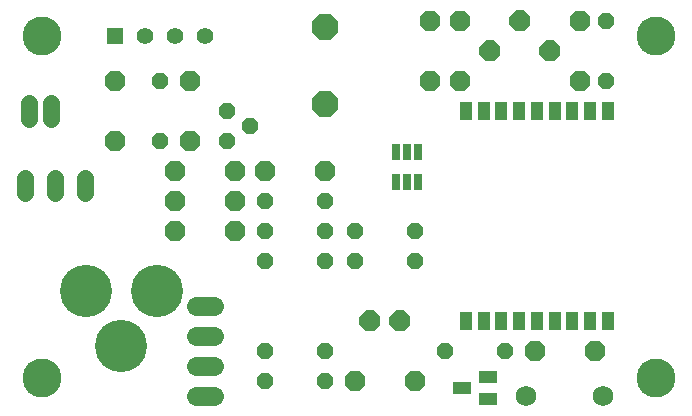
<source format=gts>
G75*
%MOIN*%
%OFA0B0*%
%FSLAX25Y25*%
%IPPOS*%
%LPD*%
%AMOC8*
5,1,8,0,0,1.08239X$1,22.5*
%
%ADD10OC8,0.06700*%
%ADD11R,0.05912X0.04337*%
%ADD12OC8,0.07000*%
%ADD13OC8,0.05600*%
%ADD14OC8,0.08900*%
%ADD15R,0.02600X0.05600*%
%ADD16R,0.03943X0.06246*%
%ADD17R,0.05550X0.05550*%
%ADD18C,0.05550*%
%ADD19C,0.05550*%
%ADD20C,0.12998*%
%ADD21C,0.05600*%
%ADD22C,0.06896*%
%ADD23C,0.17400*%
%ADD24C,0.06400*%
D10*
X0103866Y0099156D03*
X0103866Y0109156D03*
X0103866Y0119156D03*
X0108866Y0129156D03*
X0123866Y0119156D03*
X0133866Y0119156D03*
X0123866Y0109156D03*
X0123866Y0099156D03*
X0153866Y0119156D03*
X0188866Y0149156D03*
X0198866Y0149156D03*
X0198866Y0169156D03*
X0188866Y0169156D03*
X0238866Y0169156D03*
X0238866Y0149156D03*
X0108866Y0149156D03*
X0083866Y0149156D03*
X0083866Y0129156D03*
X0163866Y0049156D03*
X0183866Y0049156D03*
X0223866Y0059156D03*
X0243866Y0059156D03*
D11*
X0208197Y0050396D03*
X0199535Y0046656D03*
X0208197Y0042916D03*
D12*
X0178866Y0069156D03*
X0168866Y0069156D03*
X0208866Y0159156D03*
X0218866Y0169156D03*
X0228866Y0159156D03*
D13*
X0247616Y0149156D03*
X0247616Y0169156D03*
X0153866Y0109156D03*
X0153866Y0099156D03*
X0163866Y0099156D03*
X0163866Y0089156D03*
X0153866Y0089156D03*
X0133866Y0089156D03*
X0133866Y0099156D03*
X0133866Y0109156D03*
X0121366Y0129156D03*
X0128866Y0134156D03*
X0121366Y0139156D03*
X0098866Y0129156D03*
X0098866Y0149156D03*
X0183866Y0099156D03*
X0183866Y0089156D03*
X0193866Y0059156D03*
X0213866Y0059156D03*
X0153866Y0059156D03*
X0153866Y0049156D03*
X0133866Y0049156D03*
X0133866Y0059156D03*
D14*
X0153866Y0141356D03*
X0153866Y0166956D03*
D15*
X0177666Y0125506D03*
X0181366Y0125506D03*
X0185066Y0125506D03*
X0185066Y0115306D03*
X0181366Y0115306D03*
X0177666Y0115306D03*
D16*
X0200913Y0139166D03*
X0206819Y0139166D03*
X0212724Y0139166D03*
X0218630Y0139166D03*
X0224535Y0139166D03*
X0230441Y0139166D03*
X0236346Y0139166D03*
X0242252Y0139166D03*
X0248157Y0139166D03*
X0248157Y0069146D03*
X0242252Y0069146D03*
X0236346Y0069146D03*
X0230441Y0069146D03*
X0224535Y0069146D03*
X0218630Y0069146D03*
X0212724Y0069146D03*
X0206819Y0069146D03*
X0200913Y0069146D03*
D17*
X0083866Y0164156D03*
D18*
X0093866Y0164156D03*
X0103866Y0164156D03*
X0113866Y0164156D03*
D19*
X0073866Y0116731D02*
X0073866Y0111581D01*
X0063866Y0111581D02*
X0063866Y0116731D01*
X0053866Y0116731D02*
X0053866Y0111581D01*
D20*
X0059614Y0049904D03*
X0059614Y0164077D03*
X0264339Y0164077D03*
X0264339Y0049904D03*
D21*
X0062616Y0136556D02*
X0062616Y0141756D01*
X0055116Y0141756D02*
X0055116Y0136556D01*
D22*
X0221071Y0044156D03*
X0246661Y0044156D03*
D23*
X0097803Y0079156D03*
X0074181Y0079156D03*
X0085992Y0060652D03*
D24*
X0110866Y0064156D02*
X0116866Y0064156D01*
X0116866Y0054156D02*
X0110866Y0054156D01*
X0110866Y0044156D02*
X0116866Y0044156D01*
X0116866Y0074156D02*
X0110866Y0074156D01*
M02*

</source>
